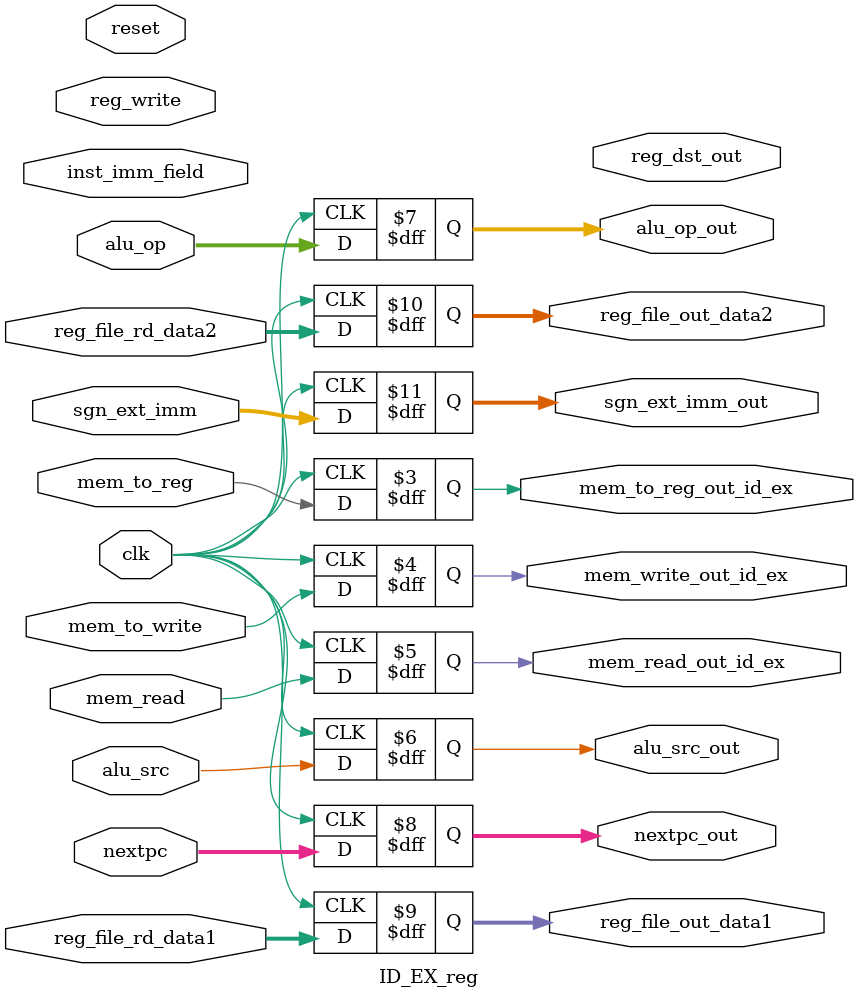
<source format=v>
module ID_EX_reg (reg_write, mem_to_reg, mem_to_write, mem_read,alu_src, alu_op, nextpc ,reg_file_rd_data1 ,reg_file_rd_data2,sgn_ext_imm
		,inst_imm_field ,nextpc_out ,reg_file_out_data1 ,reg_file_out_data2 ,sgn_ext_imm_out
		,mem_to_reg_out_id_ex,mem_write_out_id_ex, mem_read_out_id_ex,alu_src_out, alu_op_out, reg_dst_out,clk, reset);

  input wire reg_write, mem_to_reg;
  input wire mem_to_write, mem_read;
  input wire alu_src;
  input wire [1:0] alu_op;
  input wire [31:0] nextpc ,reg_file_rd_data1 ,reg_file_rd_data2 ,sgn_ext_imm;
  input wire [15:0] inst_imm_field;
  input wire clk, reset;
  output reg mem_to_reg_out_id_ex;
  output reg mem_write_out_id_ex, mem_read_out_id_ex;
  output reg alu_src_out, reg_dst_out;
  output reg [1:0] alu_op_out;

  output reg [31:0] nextpc_out ,reg_file_out_data1 ,reg_file_out_data2 ,sgn_ext_imm_out;
  reg flag_id_ex;
  // output reg [4:0] rs_out ,rt_out;

  always @(posedge reset)
    begin
      flag_id_ex = 1'b1; // This flag is not being used
    end
  always @(posedge clk)
    begin
      nextpc_out <= nextpc;
      reg_file_out_data1 <= reg_file_rd_data1;
      reg_file_out_data2 <= reg_file_rd_data2;
      sgn_ext_imm_out <= sgn_ext_imm;
      // rs_out <= inst_imm_field[9:5];
      // rt_out <= inst_imm_field[14:10];
      // reg_write_out <= reg_write;
      mem_to_reg_out_id_ex <= mem_to_reg;
      mem_write_out_id_ex <= mem_to_write;
      mem_read_out_id_ex <= mem_read;
      alu_src_out <= alu_src;
      alu_op_out <= alu_op;
      // reg_dst_out <= reg_dst;
    end

endmodule

</source>
